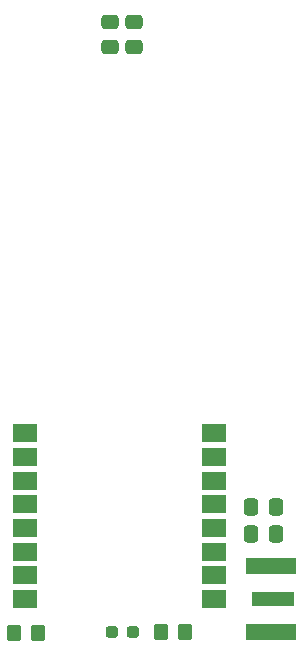
<source format=gtp>
G04 #@! TF.GenerationSoftware,KiCad,Pcbnew,6.0.10*
G04 #@! TF.CreationDate,2023-04-28T22:47:20-05:00*
G04 #@! TF.ProjectId,gas_sensor,6761735f-7365-46e7-936f-722e6b696361,rev?*
G04 #@! TF.SameCoordinates,Original*
G04 #@! TF.FileFunction,Paste,Top*
G04 #@! TF.FilePolarity,Positive*
%FSLAX46Y46*%
G04 Gerber Fmt 4.6, Leading zero omitted, Abs format (unit mm)*
G04 Created by KiCad (PCBNEW 6.0.10) date 2023-04-28 22:47:20*
%MOMM*%
%LPD*%
G01*
G04 APERTURE LIST*
G04 Aperture macros list*
%AMRoundRect*
0 Rectangle with rounded corners*
0 $1 Rounding radius*
0 $2 $3 $4 $5 $6 $7 $8 $9 X,Y pos of 4 corners*
0 Add a 4 corners polygon primitive as box body*
4,1,4,$2,$3,$4,$5,$6,$7,$8,$9,$2,$3,0*
0 Add four circle primitives for the rounded corners*
1,1,$1+$1,$2,$3*
1,1,$1+$1,$4,$5*
1,1,$1+$1,$6,$7*
1,1,$1+$1,$8,$9*
0 Add four rect primitives between the rounded corners*
20,1,$1+$1,$2,$3,$4,$5,0*
20,1,$1+$1,$4,$5,$6,$7,0*
20,1,$1+$1,$6,$7,$8,$9,0*
20,1,$1+$1,$8,$9,$2,$3,0*%
G04 Aperture macros list end*
%ADD10RoundRect,0.237500X-0.287500X-0.237500X0.287500X-0.237500X0.287500X0.237500X-0.287500X0.237500X0*%
%ADD11RoundRect,0.250000X0.350000X0.450000X-0.350000X0.450000X-0.350000X-0.450000X0.350000X-0.450000X0*%
%ADD12RoundRect,0.250000X0.337500X0.475000X-0.337500X0.475000X-0.337500X-0.475000X0.337500X-0.475000X0*%
%ADD13RoundRect,0.250000X0.475000X-0.337500X0.475000X0.337500X-0.475000X0.337500X-0.475000X-0.337500X0*%
%ADD14RoundRect,0.250000X-0.350000X-0.450000X0.350000X-0.450000X0.350000X0.450000X-0.350000X0.450000X0*%
%ADD15R,2.000000X1.500000*%
%ADD16R,3.600000X1.270000*%
%ADD17R,4.200000X1.350000*%
G04 APERTURE END LIST*
D10*
X125885000Y-89662000D03*
X127635000Y-89662000D03*
D11*
X132048000Y-89662000D03*
X130048000Y-89662000D03*
D12*
X139752000Y-81407000D03*
X137677000Y-81407000D03*
X139743000Y-79121000D03*
X137668000Y-79121000D03*
D13*
X125730000Y-40132000D03*
X125730000Y-38057000D03*
X127762000Y-40132000D03*
X127762000Y-38057000D03*
D14*
X117618000Y-89789000D03*
X119618000Y-89789000D03*
D15*
X134492000Y-86883000D03*
X134492000Y-84883000D03*
X134492000Y-82883000D03*
X134492000Y-80883000D03*
X134492000Y-78883000D03*
X134492000Y-76883000D03*
X134492000Y-74883000D03*
X134492000Y-72883000D03*
X118492000Y-72883000D03*
X118492000Y-74883000D03*
X118492000Y-76883000D03*
X118492000Y-78883000D03*
X118492000Y-80883000D03*
X118492000Y-82883000D03*
X118492000Y-84883000D03*
X118492000Y-86883000D03*
D16*
X139519000Y-86899000D03*
D17*
X139319000Y-84074000D03*
X139319000Y-89724000D03*
M02*

</source>
